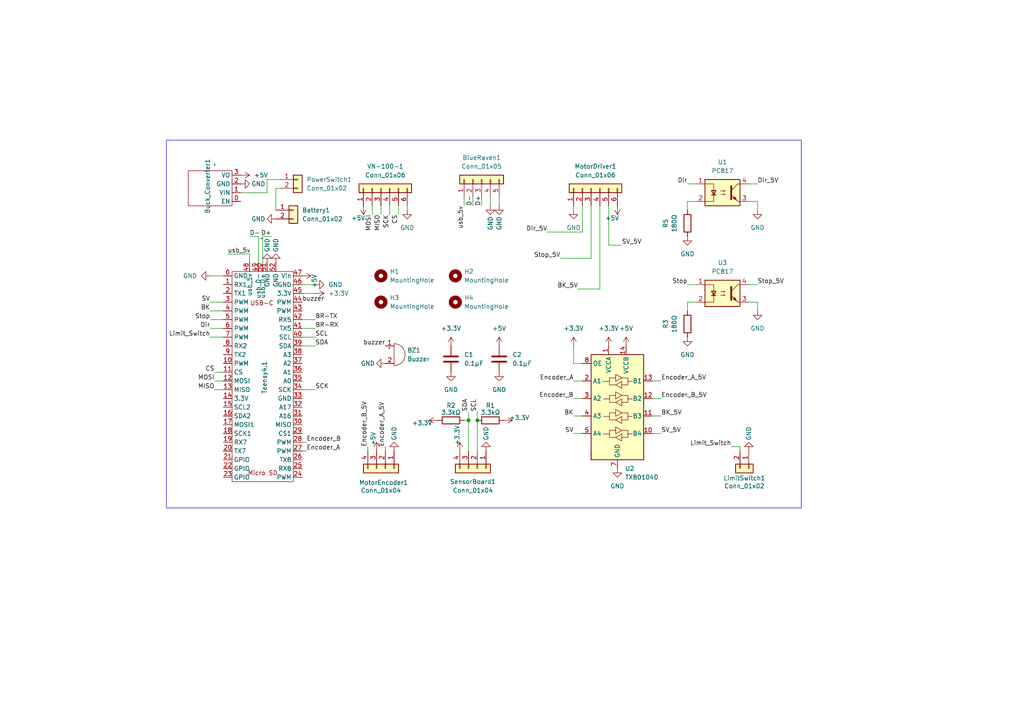
<source format=kicad_sch>
(kicad_sch (version 20231120) (generator "eeschema") (generator_version "8.0")
  (paper "A4")
  (lib_symbols
    (symbol "Breakout Boards:Buck_Converter"
      (property "Reference" "U" (at 0 0 0))
      (symbol "Buck_Converter_0_1"
        (rectangle (start -5.08 6.35) (end 5.08 -6.35))
      )
      (symbol "Buck_Converter_1_1"
        (pin input line (at -3.81 -8.89 90) (length 2.54) (name "EN") (number "0"))
        (pin input line (at -1.27 -8.89 90) (length 2.54) (name "VIN") (number "1"))
        (pin input line (at 1.27 -8.89 90) (length 2.54) (name "GND") (number "2"))
        (pin input line (at 3.81 -8.89 90) (length 2.54) (name "VO") (number "3"))
      )
    )
    (symbol "Breakout Boards:Teensy_4.1"
      (property "Reference" "Teensy4.1" (at 0 0 90))
      (property "Footprint" "Breakout Boards:Teensy_4.1" (at -0.254 36.322 0))
      (symbol "Teensy_4.1_0_1"
        (rectangle (start -8.89 30.48) (end 8.89 -30.48))
      )
      (symbol "Teensy_4.1_1_1"
        (text "Micro SD" (at 0 -27.94 0) (effects (font (size 1.27 1.27))))
        (text "USB-C" (at -0.254 21.336 0) (effects (font (size 1.27 1.27))))
        (pin input line (at -11.43 29.21 0) (length 2.54) (name "GND") (number "0"))
        (pin input line (at -11.43 26.67 0) (length 2.54) (name "RX1") (number "1"))
        (pin input line (at -11.43 3.81 0) (length 2.54) (name "PWM") (number "10"))
        (pin input line (at -11.43 1.27 0) (length 2.54) (name "CS") (number "11"))
        (pin input line (at -11.43 -1.27 0) (length 2.54) (name "MOSI") (number "12"))
        (pin input line (at -11.43 -3.81 0) (length 2.54) (name "MISO") (number "13"))
        (pin input line (at -11.43 -6.35 0) (length 2.54) (name "3.3V") (number "14"))
        (pin input line (at -11.43 -8.89 0) (length 2.54) (name "SCL2") (number "15"))
        (pin input line (at -11.43 -11.43 0) (length 2.54) (name "SDA2") (number "16"))
        (pin input line (at -11.43 -13.97 0) (length 2.54) (name "MOSI1") (number "17"))
        (pin input line (at -11.43 -16.51 0) (length 2.54) (name "SCK1") (number "18"))
        (pin input line (at -11.43 -19.05 0) (length 2.54) (name "RX7") (number "19"))
        (pin input line (at -11.43 24.13 0) (length 2.54) (name "TX1") (number "2"))
        (pin input line (at -11.43 -21.59 0) (length 2.54) (name "TX7") (number "20"))
        (pin input line (at -11.43 -24.13 0) (length 2.54) (name "GPIO") (number "21"))
        (pin input line (at -11.43 -26.67 0) (length 2.54) (name "GPIO") (number "22"))
        (pin input line (at -11.43 -29.21 0) (length 2.54) (name "GPIO") (number "23"))
        (pin input line (at 11.43 -29.21 180) (length 2.54) (name "PWM") (number "24"))
        (pin input line (at 11.43 -26.67 180) (length 2.54) (name "RX8") (number "25"))
        (pin input line (at 11.43 -24.13 180) (length 2.54) (name "TX8") (number "26"))
        (pin input line (at 11.43 -21.59 180) (length 2.54) (name "PWM") (number "27"))
        (pin input line (at 11.43 -19.05 180) (length 2.54) (name "PWM") (number "28"))
        (pin input line (at 11.43 -16.51 180) (length 2.54) (name "CS1") (number "29"))
        (pin input line (at -11.43 21.59 0) (length 2.54) (name "PWM") (number "3"))
        (pin input line (at 11.43 -13.97 180) (length 2.54) (name "MISO") (number "30"))
        (pin input line (at 11.43 -11.43 180) (length 2.54) (name "A16") (number "31"))
        (pin input line (at 11.43 -8.89 180) (length 2.54) (name "A17") (number "32"))
        (pin input line (at 11.43 -6.35 180) (length 2.54) (name "GND") (number "33"))
        (pin input line (at 11.43 -3.81 180) (length 2.54) (name "SCK") (number "34"))
        (pin input line (at 11.43 -1.27 180) (length 2.54) (name "A0") (number "35"))
        (pin input line (at 11.43 1.27 180) (length 2.54) (name "A1") (number "36"))
        (pin input line (at 11.43 3.81 180) (length 2.54) (name "A2") (number "37"))
        (pin input line (at 11.43 6.35 180) (length 2.54) (name "A3") (number "38"))
        (pin input line (at 11.43 8.89 180) (length 2.54) (name "SDA") (number "39"))
        (pin input line (at -11.43 19.05 0) (length 2.54) (name "PWM") (number "4"))
        (pin input line (at 11.43 11.43 180) (length 2.54) (name "SCL") (number "40"))
        (pin input line (at 11.43 13.97 180) (length 2.54) (name "TX5") (number "41"))
        (pin input line (at 11.43 16.51 180) (length 2.54) (name "RX5") (number "42"))
        (pin input line (at 11.43 19.05 180) (length 2.54) (name "PWM") (number "43"))
        (pin input line (at 11.43 21.59 180) (length 2.54) (name "PWM") (number "44"))
        (pin input line (at 11.43 24.13 180) (length 2.54) (name "3.3V") (number "45"))
        (pin input line (at 11.43 26.67 180) (length 2.54) (name "GND") (number "46"))
        (pin input line (at 11.43 29.21 180) (length 2.54) (name "Vin") (number "47"))
        (pin input line (at -3.81 33.02 270) (length 2.54) (name "usb_5v") (number "48"))
        (pin input line (at -1.27 33.02 270) (length 2.54) (name "usb_D-") (number "49"))
        (pin input line (at -11.43 16.51 0) (length 2.54) (name "PWM") (number "5"))
        (pin input line (at 0 33.02 270) (length 2.54) (name "usb_D+") (number "50"))
        (pin input line (at 1.27 33.02 270) (length 2.54) (name "GND") (number "51"))
        (pin input line (at 3.81 33.02 270) (length 2.54) (name "GND") (number "52"))
        (pin input line (at -11.43 13.97 0) (length 2.54) (name "PWM") (number "6"))
        (pin input line (at -11.43 11.43 0) (length 2.54) (name "PWM") (number "7"))
        (pin input line (at -11.43 8.89 0) (length 2.54) (name "RX2") (number "8"))
        (pin input line (at -11.43 6.35 0) (length 2.54) (name "TX2") (number "9"))
      )
    )
    (symbol "Connector_Generic:Conn_01x02" (pin_names (offset 1.016) hide)
      (property "Reference" "J" (at 0 2.54 0))
      (property "Value" "Conn_01x02" (at 0 -5.08 0))
      (symbol "Conn_01x02_1_1"
        (rectangle (start -1.27 -2.413) (end 0 -2.667) (stroke (width 0.1524)))
        (rectangle (start -1.27 0.127) (end 0 -0.127) (stroke (width 0.1524)))
        (rectangle (start -1.27 1.27) (end 1.27 -3.81) (stroke (width 0.254)) (fill (type background)))
        (pin passive line (at -5.08 0 0) (length 3.81) (name "Pin_1") (number "1"))
        (pin passive line (at -5.08 -2.54 0) (length 3.81) (name "Pin_2") (number "2"))
      )
    )
    (symbol "Connector_Generic:Conn_01x04" (pin_names (offset 1.016) hide)
      (property "Reference" "J" (at 0 5.08 0))
      (property "Value" "Conn_01x04" (at 0 -7.62 0))
      (symbol "Conn_01x04_1_1"
        (rectangle (start -1.27 -4.953) (end 0 -5.207) (stroke (width 0.1524)))
        (rectangle (start -1.27 -2.413) (end 0 -2.667) (stroke (width 0.1524)))
        (rectangle (start -1.27 0.127) (end 0 -0.127) (stroke (width 0.1524)))
        (rectangle (start -1.27 2.667) (end 0 2.413) (stroke (width 0.1524)))
        (rectangle (start -1.27 3.81) (end 1.27 -6.35) (stroke (width 0.254)) (fill (type background)))
        (pin passive line (at -5.08 2.54 0) (length 3.81) (name "Pin_1") (number "1"))
        (pin passive line (at -5.08 0 0) (length 3.81) (name "Pin_2") (number "2"))
        (pin passive line (at -5.08 -2.54 0) (length 3.81) (name "Pin_3") (number "3"))
        (pin passive line (at -5.08 -5.08 0) (length 3.81) (name "Pin_4") (number "4"))
      )
    )
    (symbol "Connector_Generic:Conn_01x05" (pin_names (offset 1.016) hide)
      (property "Reference" "J" (at 0 7.62 0))
      (property "Value" "Conn_01x05" (at 0 -7.62 0))
      (symbol "Conn_01x05_1_1"
        (rectangle (start -1.27 -4.953) (end 0 -5.207) (stroke (width 0.1524)))
        (rectangle (start -1.27 -2.413) (end 0 -2.667) (stroke (width 0.1524)))
        (rectangle (start -1.27 0.127) (end 0 -0.127) (stroke (width 0.1524)))
        (rectangle (start -1.27 2.667) (end 0 2.413) (stroke (width 0.1524)))
        (rectangle (start -1.27 5.207) (end 0 4.953) (stroke (width 0.1524)))
        (rectangle (start -1.27 6.35) (end 1.27 -6.35) (stroke (width 0.254)) (fill (type background)))
        (pin passive line (at -5.08 5.08 0) (length 3.81) (name "Pin_1") (number "1"))
        (pin passive line (at -5.08 2.54 0) (length 3.81) (name "Pin_2") (number "2"))
        (pin passive line (at -5.08 0 0) (length 3.81) (name "Pin_3") (number "3"))
        (pin passive line (at -5.08 -2.54 0) (length 3.81) (name "Pin_4") (number "4"))
        (pin passive line (at -5.08 -5.08 0) (length 3.81) (name "Pin_5") (number "5"))
      )
    )
    (symbol "Connector_Generic:Conn_01x06" (pin_names (offset 1.016) hide)
      (property "Reference" "J" (at 0 7.62 0))
      (property "Value" "Conn_01x06" (at 0 -10.16 0))
      (symbol "Conn_01x06_1_1"
        (rectangle (start -1.27 -7.493) (end 0 -7.747) (stroke (width 0.1524)))
        (rectangle (start -1.27 -4.953) (end 0 -5.207) (stroke (width 0.1524)))
        (rectangle (start -1.27 -2.413) (end 0 -2.667) (stroke (width 0.1524)))
        (rectangle (start -1.27 0.127) (end 0 -0.127) (stroke (width 0.1524)))
        (rectangle (start -1.27 2.667) (end 0 2.413) (stroke (width 0.1524)))
        (rectangle (start -1.27 5.207) (end 0 4.953) (stroke (width 0.1524)))
        (rectangle (start -1.27 6.35) (end 1.27 -8.89) (stroke (width 0.254)) (fill (type background)))
        (pin passive line (at -5.08 5.08 0) (length 3.81) (name "Pin_1") (number "1"))
        (pin passive line (at -5.08 2.54 0) (length 3.81) (name "Pin_2") (number "2"))
        (pin passive line (at -5.08 0 0) (length 3.81) (name "Pin_3") (number "3"))
        (pin passive line (at -5.08 -2.54 0) (length 3.81) (name "Pin_4") (number "4"))
        (pin passive line (at -5.08 -5.08 0) (length 3.81) (name "Pin_5") (number "5"))
        (pin passive line (at -5.08 -7.62 0) (length 3.81) (name "Pin_6") (number "6"))
      )
    )
    (symbol "Device:Buzzer" (pin_names (offset 0.0254) hide)
      (property "Reference" "BZ" (at 3.81 1.27 0))
      (property "Value" "Buzzer" (at 3.81 -1.27 0))
      (symbol "Buzzer_0_1"
        (arc (start 0 -3.175) (mid 3.1612 0) (end 0 3.175))
        (polyline (pts (xy -1.651 1.905) (xy -1.143 1.905)))
        (polyline (pts (xy -1.397 2.159) (xy -1.397 1.651)))
        (polyline (pts (xy 0 3.175) (xy 0 -3.175)))
      )
      (symbol "Buzzer_1_1"
        (pin passive line (at -2.54 2.54 0) (length 2.54) (name "+") (number "1"))
        (pin passive line (at -2.54 -2.54 0) (length 2.54) (name "-") (number "2"))
      )
    )
    (symbol "Device:C" (pin_numbers hide) (pin_names (offset 0.254))
      (property "Reference" "C" (at 0.635 2.54 0))
      (property "Value" "C" (at 0.635 -2.54 0))
      (symbol "C_0_1"
        (polyline (pts (xy -2.032 -0.762) (xy 2.032 -0.762)) (stroke (width 0.508)))
        (polyline (pts (xy -2.032 0.762) (xy 2.032 0.762)) (stroke (width 0.508)))
      )
      (symbol "C_1_1"
        (pin passive line (at 0 3.81 270) (length 2.794) (name "~") (number "1"))
        (pin passive line (at 0 -3.81 90) (length 2.794) (name "~") (number "2"))
      )
    )
    (symbol "Device:R" (pin_numbers hide) (pin_names (offset 0))
      (property "Reference" "R" (at 2.032 0 90))
      (property "Value" "R" (at 0 0 90))
      (symbol "R_0_1"
        (rectangle (start -1.016 -2.54) (end 1.016 2.54) (stroke (width 0.254)))
      )
      (symbol "R_1_1"
        (pin passive line (at 0 3.81 270) (length 1.27) (name "~") (number "1"))
        (pin passive line (at 0 -3.81 90) (length 1.27) (name "~") (number "2"))
      )
    )
    (symbol "Isolator:PC817" (pin_names (offset 1.016))
      (property "Reference" "U" (at -5.08 5.08 0))
      (property "Value" "PC817" (at 0 5.08 0))
      (symbol "PC817_0_1"
        (rectangle (start -5.08 3.81) (end 5.08 -3.81) (stroke (width 0.254)) (fill (type background)))
        (polyline (pts (xy -3.175 -0.635) (xy -1.905 -0.635)) (stroke (width 0.254)))
        (polyline (pts (xy 2.54 0.635) (xy 4.445 2.54)))
        (polyline (pts (xy 4.445 -2.54) (xy 2.54 -0.635)) (fill (type outline)))
        (polyline (pts (xy 4.445 -2.54) (xy 5.08 -2.54)))
        (polyline (pts (xy 4.445 2.54) (xy 5.08 2.54)))
        (polyline (pts (xy -5.08 2.54) (xy -2.54 2.54) (xy -2.54 -0.635)))
        (polyline (pts (xy -2.54 -0.635) (xy -2.54 -2.54) (xy -5.08 -2.54)))
        (polyline (pts (xy 2.54 1.905) (xy 2.54 -1.905) (xy 2.54 -1.905)) (stroke (width 0.508)))
        (polyline (pts (xy -2.54 -0.635) (xy -3.175 0.635) (xy -1.905 0.635) (xy -2.54 -0.635)) (stroke (width 0.254)))
        (polyline (pts (xy -0.508 -0.508) (xy 0.762 -0.508) (xy 0.381 -0.635) (xy 0.381 -0.381) (xy 0.762 -0.508)))
        (polyline (pts (xy -0.508 0.508) (xy 0.762 0.508) (xy 0.381 0.381) (xy 0.381 0.635) (xy 0.762 0.508)))
        (polyline (pts (xy 3.048 -1.651) (xy 3.556 -1.143) (xy 4.064 -2.159) (xy 3.048 -1.651) (xy 3.048 -1.651)) (fill (type outline)))
      )
      (symbol "PC817_1_1"
        (pin passive line (at -7.62 2.54 0) (length 2.54) (name "~") (number "1"))
        (pin passive line (at -7.62 -2.54 0) (length 2.54) (name "~") (number "2"))
        (pin passive line (at 7.62 -2.54 180) (length 2.54) (name "~") (number "3"))
        (pin passive line (at 7.62 2.54 180) (length 2.54) (name "~") (number "4"))
      )
    )
    (symbol "Logic_LevelTranslator:TXB0104D"
      (property "Reference" "U" (at -6.35 16.51 0))
      (property "Value" "TXB0104D" (at 3.81 16.51 0))
      (symbol "TXB0104D_0_1"
        (rectangle (start -7.62 -15.24) (end -7.62 -12.7) (stroke (width 0.254)))
        (rectangle (start -7.62 15.24) (end 7.62 -15.24) (stroke (width 0.254)) (fill (type background)))
        (polyline (pts (xy -2.286 -7.747) (xy -2.286 -6.731) (xy -0.508 -6.731)))
        (polyline (pts (xy -2.286 -2.667) (xy -2.286 -1.651) (xy -0.508 -1.651)))
        (polyline (pts (xy -2.286 2.413) (xy -2.286 3.429) (xy -0.508 3.429)))
        (polyline (pts (xy -2.286 7.493) (xy -2.286 8.509) (xy -0.508 8.509)))
        (polyline (pts (xy 3.048 -7.747) (xy 3.048 -8.763) (xy 1.27 -8.763)))
        (polyline (pts (xy 3.048 -2.667) (xy 3.048 -3.683) (xy 1.27 -3.683)))
        (polyline (pts (xy 3.048 2.413) (xy 3.048 1.397) (xy 1.27 1.397)))
        (polyline (pts (xy 3.048 7.493) (xy 3.048 6.477) (xy 1.27 6.477)))
        (polyline (pts (xy -0.508 -8.763) (xy -2.286 -8.763) (xy -2.286 -7.747) (xy -4.064 -7.747)))
        (polyline (pts (xy -0.508 -8.763) (xy 1.27 -7.747) (xy 1.27 -9.779) (xy -0.508 -8.763)))
        (polyline (pts (xy -0.508 -3.683) (xy -2.286 -3.683) (xy -2.286 -2.667) (xy -4.064 -2.667)))
        (polyline (pts (xy -0.508 -3.683) (xy 1.27 -2.667) (xy 1.27 -4.699) (xy -0.508 -3.683)))
        (polyline (pts (xy -0.508 1.397) (xy -2.286 1.397) (xy -2.286 2.413) (xy -4.064 2.413)))
        (polyline (pts (xy -0.508 1.397) (xy 1.27 2.413) (xy 1.27 0.381) (xy -0.508 1.397)))
        (polyline (pts (xy -0.508 6.477) (xy -2.286 6.477) (xy -2.286 7.493) (xy -4.318 7.493)))
        (polyline (pts (xy -0.508 6.477) (xy 1.27 7.493) (xy 1.27 5.461) (xy -0.508 6.477)))
        (polyline (pts (xy 1.27 -6.731) (xy -0.508 -7.747) (xy -0.508 -5.715) (xy 1.27 -6.731)))
        (polyline (pts (xy 1.27 -6.731) (xy 3.048 -6.731) (xy 3.048 -7.747) (xy 4.318 -7.747)))
        (polyline (pts (xy 1.27 -1.651) (xy -0.508 -2.667) (xy -0.508 -0.635) (xy 1.27 -1.651)))
        (polyline (pts (xy 1.27 -1.651) (xy 3.048 -1.651) (xy 3.048 -2.667) (xy 4.318 -2.667)))
        (polyline (pts (xy 1.27 3.429) (xy -0.508 2.413) (xy -0.508 4.445) (xy 1.27 3.429)))
        (polyline (pts (xy 1.27 3.429) (xy 3.048 3.429) (xy 3.048 2.413) (xy 4.318 2.413)))
        (polyline (pts (xy 1.27 8.509) (xy -0.508 7.493) (xy -0.508 9.525) (xy 1.27 8.509)))
        (polyline (pts (xy 1.27 8.509) (xy 3.048 8.509) (xy 3.048 7.493) (xy 4.318 7.493)))
      )
      (symbol "TXB0104D_1_1"
        (pin power_in line (at -2.54 17.78 270) (length 2.54) (name "VCCA") (number "1"))
        (pin bidirectional line (at 10.16 -7.62 180) (length 2.54) (name "B4") (number "10"))
        (pin bidirectional line (at 10.16 -2.54 180) (length 2.54) (name "B3") (number "11"))
        (pin bidirectional line (at 10.16 2.54 180) (length 2.54) (name "B2") (number "12"))
        (pin bidirectional line (at 10.16 7.62 180) (length 2.54) (name "B1") (number "13"))
        (pin power_in line (at 2.54 17.78 270) (length 2.54) (name "VCCB") (number "14"))
        (pin bidirectional line (at -10.16 7.62 0) (length 2.54) (name "A1") (number "2"))
        (pin bidirectional line (at -10.16 2.54 0) (length 2.54) (name "A2") (number "3"))
        (pin bidirectional line (at -10.16 -2.54 0) (length 2.54) (name "A3") (number "4"))
        (pin bidirectional line (at -10.16 -7.62 0) (length 2.54) (name "A4") (number "5"))
        (pin no_connect line (at -7.62 -12.7 0) (length 2.54) hide (name "NC") (number "6"))
        (pin power_in line (at 0 -17.78 90) (length 2.54) (name "GND") (number "7"))
        (pin input line (at -10.16 12.7 0) (length 2.54) (name "OE") (number "8"))
        (pin no_connect line (at 7.62 -12.7 180) (length 2.54) hide (name "NC") (number "9"))
      )
    )
    (symbol "Mechanical:MountingHole" (pin_names (offset 1.016)) (exclude_from_sim yes) (in_bom no)
      (property "Reference" "H" (at 0 5.08 0))
      (property "Value" "MountingHole" (at 0 3.175 0))
      (symbol "MountingHole_0_1"
        (circle (center 0 0) (radius 1.27) (stroke (width 1.27)))
      )
    )
    (symbol "power:+3.3V" (power) (pin_numbers hide) (pin_names (offset 0) hide)
      (property "Value" "+3.3V" (at 0 3.556 0))
      (symbol "+3.3V_0_1"
        (polyline (pts (xy -0.762 1.27) (xy 0 2.54)))
        (polyline (pts (xy 0 0) (xy 0 2.54)))
        (polyline (pts (xy 0 2.54) (xy 0.762 1.27)))
      )
      (symbol "+3.3V_1_1"
        (pin power_in line (at 0 0 90) (length 0) (name "~") (number "1"))
      )
    )
    (symbol "power:+5V" (power) (pin_numbers hide) (pin_names (offset 0) hide)
      (property "Value" "+5V" (at 0 3.556 0))
      (symbol "+5V_0_1"
        (polyline (pts (xy -0.762 1.27) (xy 0 2.54)))
        (polyline (pts (xy 0 0) (xy 0 2.54)))
        (polyline (pts (xy 0 2.54) (xy 0.762 1.27)))
      )
      (symbol "+5V_1_1"
        (pin power_in line (at 0 0 90) (length 0) (name "~") (number "1"))
      )
    )
    (symbol "power:GND" (power) (pin_numbers hide) (pin_names (offset 0) hide)
      (property "Value" "GND" (at 0 -3.81 0))
      (symbol "GND_0_1"
        (polyline (pts (xy 0 0) (xy 0 -1.27) (xy 1.27 -1.27) (xy 0 -2.54) (xy -1.27 -1.27) (xy 0 -1.27)))
      )
      (symbol "GND_1_1"
        (pin power_in line (at 0 0 270) (length 0) (name "~") (number "1"))
      )
    )
  )
  (junction (at 138.43 121.92))
  (junction (at 135.89 121.92))
  (wire (pts (xy 76.2 76.2) (xy 76.2 68.58)))
  (wire (pts (xy 219.71 53.34) (xy 217.17 53.34)))
  (wire (pts (xy 77.47 55.88) (xy 69.85 55.88)))
  (wire (pts (xy 60.96 80.01) (xy 64.77 80.01)))
  (wire (pts (xy 66.04 73.66) (xy 72.39 73.66)))
  (wire (pts (xy 214.63 130.81) (xy 214.63 129.54)))
  (wire (pts (xy 81.28 52.07) (xy 77.47 52.07)))
  (wire (pts (xy 138.43 121.92) (xy 138.43 130.81)))
  (wire (pts (xy 87.63 82.55) (xy 91.44 82.55)))
  (wire (pts (xy 113.03 59.69) (xy 113.03 62.23)))
  (wire (pts (xy 219.71 58.42) (xy 219.71 60.96)))
  (wire (pts (xy 62.23 113.03) (xy 64.77 113.03)))
  (wire (pts (xy 74.93 76.2) (xy 74.93 68.58)))
  (wire (pts (xy 77.47 52.07) (xy 77.47 55.88)))
  (wire (pts (xy 199.39 87.63) (xy 201.93 87.63)))
  (wire (pts (xy 138.43 119.38) (xy 138.43 121.92)))
  (wire (pts (xy 87.63 113.03) (xy 91.44 113.03)))
  (wire (pts (xy 168.91 59.69) (xy 168.91 67.31)))
  (wire (pts (xy 217.17 58.42) (xy 219.71 58.42)))
  (wire (pts (xy 87.63 130.81) (xy 88.9 130.81)))
  (wire (pts (xy 110.49 59.69) (xy 110.49 62.23)))
  (wire (pts (xy 87.63 95.25) (xy 91.44 95.25)))
  (wire (pts (xy 199.39 53.34) (xy 201.93 53.34)))
  (wire (pts (xy 166.37 115.57) (xy 168.91 115.57)))
  (wire (pts (xy 144.78 57.15) (xy 144.78 59.69)))
  (wire (pts (xy 106.68 129.54) (xy 106.68 130.81)))
  (wire (pts (xy 76.2 68.58) (xy 78.74 68.58)))
  (wire (pts (xy 142.24 57.15) (xy 142.24 59.69)))
  (wire (pts (xy 171.45 74.93) (xy 171.45 59.69)))
  (wire (pts (xy 217.17 87.63) (xy 219.71 87.63)))
  (wire (pts (xy 62.23 110.49) (xy 64.77 110.49)))
  (wire (pts (xy 166.37 125.73) (xy 168.91 125.73)))
  (wire (pts (xy 87.63 128.27) (xy 88.9 128.27)))
  (wire (pts (xy 80.01 54.61) (xy 80.01 60.96)))
  (wire (pts (xy 135.89 121.92) (xy 135.89 130.81)))
  (wire (pts (xy 219.71 87.63) (xy 219.71 90.17)))
  (wire (pts (xy 199.39 58.42) (xy 201.93 58.42)))
  (wire (pts (xy 87.63 97.79) (xy 91.44 97.79)))
  (wire (pts (xy 191.77 120.65) (xy 189.23 120.65)))
  (wire (pts (xy 166.37 110.49) (xy 168.91 110.49)))
  (wire (pts (xy 212.09 129.54) (xy 214.63 129.54)))
  (wire (pts (xy 167.64 83.82) (xy 173.99 83.82)))
  (wire (pts (xy 60.96 95.25) (xy 64.77 95.25)))
  (wire (pts (xy 62.23 107.95) (xy 64.77 107.95)))
  (wire (pts (xy 166.37 100.33) (xy 166.37 105.41)))
  (wire (pts (xy 134.62 121.92) (xy 135.89 121.92)))
  (wire (pts (xy 60.96 87.63) (xy 64.77 87.63)))
  (wire (pts (xy 137.16 57.15) (xy 137.16 59.69)))
  (wire (pts (xy 176.53 71.12) (xy 180.34 71.12)))
  (wire (pts (xy 176.53 59.69) (xy 176.53 71.12)))
  (wire (pts (xy 87.63 92.71) (xy 91.44 92.71)))
  (wire (pts (xy 162.56 74.93) (xy 171.45 74.93)))
  (wire (pts (xy 134.62 57.15) (xy 134.62 59.69)))
  (wire (pts (xy 80.01 54.61) (xy 81.28 54.61)))
  (wire (pts (xy 60.96 92.71) (xy 64.77 92.71)))
  (wire (pts (xy 158.75 67.31) (xy 168.91 67.31)))
  (wire (pts (xy 107.95 59.69) (xy 107.95 62.23)))
  (wire (pts (xy 60.96 90.17) (xy 64.77 90.17)))
  (wire (pts (xy 135.89 119.38) (xy 135.89 121.92)))
  (wire (pts (xy 87.63 85.09) (xy 91.44 85.09)))
  (wire (pts (xy 139.7 57.15) (xy 139.7 59.69)))
  (wire (pts (xy 199.39 58.42) (xy 199.39 60.96)))
  (wire (pts (xy 191.77 125.73) (xy 189.23 125.73)))
  (wire (pts (xy 199.39 87.63) (xy 199.39 90.17)))
  (wire (pts (xy 199.39 82.55) (xy 201.93 82.55)))
  (wire (pts (xy 166.37 60.96) (xy 166.37 59.69)))
  (wire (pts (xy 111.76 129.54) (xy 111.76 130.81)))
  (wire (pts (xy 60.96 97.79) (xy 64.77 97.79)))
  (wire (pts (xy 72.39 76.2) (xy 72.39 73.66)))
  (wire (pts (xy 166.37 105.41) (xy 168.91 105.41)))
  (wire (pts (xy 219.71 82.55) (xy 217.17 82.55)))
  (wire (pts (xy 166.37 120.65) (xy 168.91 120.65)))
  (wire (pts (xy 191.77 110.49) (xy 189.23 110.49)))
  (wire (pts (xy 87.63 100.33) (xy 91.44 100.33)))
  (wire (pts (xy 118.11 60.96) (xy 118.11 59.69)))
  (wire (pts (xy 72.39 68.58) (xy 74.93 68.58)))
  (wire (pts (xy 173.99 59.69) (xy 173.99 83.82)))
  (wire (pts (xy 115.57 59.69) (xy 115.57 62.23)))
  (wire (pts (xy 191.77 115.57) (xy 189.23 115.57)))
  (rectangle (start 48.26 40.64) (end 232.41 147.32))
  (label "Limit_Switch" (at 60.96 97.79 180))
  (label "MOSI" (at 62.23 110.49 180))
  (label "BR-TX" (at 91.44 92.71 0))
  (label "Encoder_B_5V" (at 106.68 129.54 90))
  (label "SDA" (at 135.89 119.38 90))
  (label "BK_5V" (at 167.64 83.82 180))
  (label "Encoder_A" (at 88.9 130.81 0))
  (label "SCK" (at 113.03 62.23 270))
  (label "Encoder_B" (at 166.37 115.57 180))
  (label "SDA" (at 91.44 100.33 0))
  (label "SV_5V" (at 180.34 71.12 0))
  (label "Stop" (at 199.39 82.55 180))
  (label "D-" (at 137.16 59.69 90))
  (label "SV" (at 166.37 125.73 180))
  (label "usb_5v" (at 134.62 59.69 270))
  (label "SV_5V" (at 191.77 125.73 0))
  (label "Dir_5V" (at 219.71 53.34 0))
  (label "MISO" (at 110.49 62.23 270))
  (label "SCL" (at 138.43 119.38 90))
  (label "Dir" (at 199.39 53.34 180))
  (label "BK" (at 166.37 120.65 180))
  (label "Stop" (at 60.96 92.71 180))
  (label "D+" (at 78.74 68.58 180))
  (label "CS" (at 62.23 107.95 180))
  (label "usb_5v" (at 66.04 73.66 0))
  (label "Dir" (at 60.96 95.25 180))
  (label "buzzer" (at 111.76 100.33 180))
  (label "Encoder_B_5V" (at 191.77 115.57 0))
  (label "SCK" (at 91.44 113.03 0))
  (label "D+" (at 139.7 59.69 90))
  (label "Stop_5V" (at 162.56 74.93 180))
  (label "Encoder_A_5V" (at 111.76 129.54 90))
  (label "MISO" (at 62.23 113.03 180))
  (label "SCL" (at 91.44 97.79 0))
  (label "BR-RX" (at 91.44 95.25 0))
  (label "Dir_5V" (at 158.75 67.31 180))
  (label "CS" (at 115.57 62.23 270))
  (label "BK" (at 60.96 90.17 180))
  (label "Stop_5V" (at 219.71 82.55 0))
  (label "Encoder_A" (at 166.37 110.49 180))
  (label "MOSI" (at 107.95 62.23 270))
  (label "BK_5V" (at 191.77 120.65 0))
  (label "Limit_Switch" (at 212.09 129.54 180))
  (label "Encoder_A_5V" (at 191.77 110.49 0))
  (label "SV" (at 60.96 87.63 180))
  (label "D-" (at 72.39 68.58 0))
  (label "buzzer" (at 87.63 87.63 0))
  (label "Encoder_B" (at 88.9 128.27 0))
  (symbol (lib_id "power:GND") (at 140.97 130.81 180) (unit 1)
    (property "Reference" "#PWR07" (effects (hide yes)))
    (property "Value" "GND" (at 140.97 125.73 90))
    (property "Description" "Power symbol creates a global label with name \"GND\" , ground" (effects (hide yes)))
  )
  (symbol (lib_id "power:+5V") (at 181.61 100.33 0) (unit 1)
    (property "Reference" "#PWR032" (effects (hide yes)))
    (property "Value" "+5V" (at 181.61 95.25 0))
    (property "Description" "Power symbol creates a global label with name \"+5V\"" (effects (hide yes)))
  )
  (symbol (lib_id "power:GND") (at 144.78 107.95 0) (unit 1)
    (property "Reference" "#PWR035" (effects (hide yes)))
    (property "Value" "GND" (at 144.78 113.03 0))
    (property "Description" "Power symbol creates a global label with name \"GND\" , ground" (effects (hide yes)))
  )
  (symbol (lib_id "power:+5V") (at 179.07 59.69 180) (unit 1)
    (property "Reference" "#PWR025" (effects (hide yes)))
    (property "Value" "+5V" (at 177.546 63.246 0))
    (property "Description" "Power symbol creates a global label with name \"+5V\"" (effects (hide yes)))
  )
  (symbol (lib_id "Logic_LevelTranslator:TXB0104D") (at 179.07 118.11 0) (unit 1)
    (property "Reference" "U2" (at 181.2641 135.89 0) (effects (justify left)))
    (property "Value" "TXB0104D" (at 181.2641 138.43 0) (effects (justify left)))
    (property "Footprint" "Package_SO:SOIC-14_3.9x8.7mm_P1.27mm" (effects (hide yes)))
    (property "Datasheet" "http://www.ti.com/lit/ds/symlink/txb0104.pdf" (effects (hide yes)))
    (property "Description" "4-Bit Bidirectional Voltage-Level Translator, Auto Direction Sensing and ±15-kV ESD Protection, 1.2 - 3.6V APort, 1.65 - 5.5V BPort, SOIC-14" (effects (hide yes)))
  )
  (symbol (lib_id "power:+3.3V") (at 133.35 130.81 0) (unit 1)
    (property "Reference" "#PWR06" (effects (hide yes)))
    (property "Value" "+3.3V" (at 132.588 126.238 90))
    (property "Description" "Power symbol creates a global label with name \"+3.3V\"" (effects (hide yes)))
  )
  (symbol (lib_id "power:GND") (at 91.44 82.55 90) (unit 1)
    (property "Reference" "#PWR04" (effects (hide yes)))
    (property "Value" "GND" (at 95.25 82.5499 90) (effects (justify right)))
    (property "Description" "Power symbol creates a global label with name \"GND\" , ground" (effects (hide yes)))
  )
  (symbol (lib_id "Breakout Boards:Buck_Converter") (at 60.96 54.61 90) (unit 1)
    (property "Reference" "Buck_Converter1" (at 60.198 61.976 0) (effects (justify left)))
    (property "Value" "~" (at 62.23 48.26 0) (effects (justify left)))
    (property "Footprint" "Breakout Boards:Buck_Converter" (effects (hide yes)))
  )
  (symbol (lib_id "Device:Buzzer") (at 114.3 102.87 0) (unit 1)
    (property "Reference" "BZ1" (at 118.11 101.5999 0) (effects (justify left)))
    (property "Value" "Buzzer" (at 118.11 104.1399 0) (effects (justify left)))
    (property "Footprint" "Buzzer_Beeper:Buzzer_12x9.5RM7.6" (effects (hide yes)))
    (property "Description" "Buzzer, polarized" (effects (hide yes)))
  )
  (symbol (lib_id "power:+3.3V") (at 176.53 100.33 0) (unit 1)
    (property "Reference" "#PWR031" (effects (hide yes)))
    (property "Value" "+3.3V" (at 176.53 95.25 0))
    (property "Description" "Power symbol creates a global label with name \"+3.3V\"" (effects (hide yes)))
  )
  (symbol (lib_id "power:GND") (at 111.76 105.41 270) (unit 1)
    (property "Reference" "#PWR015" (effects (hide yes)))
    (property "Value" "GND" (at 106.68 105.41 90))
    (property "Description" "Power symbol creates a global label with name \"GND\" , ground" (effects (hide yes)))
  )
  (symbol (lib_id "power:GND") (at 80.01 76.2 180) (unit 1)
    (property "Reference" "#PWR017" (effects (hide yes)))
    (property "Value" "GND" (at 80.01 71.12 90))
    (property "Description" "Power symbol creates a global label with name \"GND\" , ground" (effects (hide yes)))
  )
  (symbol (lib_id "power:+3.3V") (at 166.37 100.33 0) (unit 1)
    (property "Reference" "#PWR034" (effects (hide yes)))
    (property "Value" "+3.3V" (at 166.37 95.25 0))
    (property "Description" "Power symbol creates a global label with name \"+3.3V\"" (effects (hide yes)))
  )
  (symbol (lib_id "power:+5V") (at 109.22 130.81 0) (unit 1)
    (property "Reference" "#PWR026" (effects (hide yes)))
    (property "Value" "+5V" (at 108.204 127.254 90))
    (property "Description" "Power symbol creates a global label with name \"+5V\"" (effects (hide yes)))
  )
  (symbol (lib_id "Device:R") (at 199.39 93.98 0) (mirror y) (unit 1)
    (property "Reference" "R3" (at 193.04 93.98 90))
    (property "Value" "180Ω" (at 195.58 93.98 90))
    (property "Footprint" "Resistor_SMD:R_0805_2012Metric_Pad1.20x1.40mm_HandSolder" (effects (hide yes)))
    (property "Description" "Resistor" (effects (hide yes)))
  )
  (symbol (lib_id "power:GND") (at 219.71 60.96 0) (unit 1)
    (property "Reference" "#PWR01" (effects (hide yes)))
    (property "Value" "GND" (at 219.71 66.04 0))
    (property "Description" "Power symbol creates a global label with name \"GND\" , ground" (effects (hide yes)))
  )
  (symbol (lib_id "power:GND") (at 118.11 60.96 0) (unit 1)
    (property "Reference" "#PWR09" (effects (hide yes)))
    (property "Value" "GND" (at 118.11 66.04 0))
    (property "Description" "Power symbol creates a global label with name \"GND\" , ground" (effects (hide yes)))
  )
  (symbol (lib_id "power:+5V") (at 69.85 50.8 270) (unit 1)
    (property "Reference" "#PWR022" (effects (hide yes)))
    (property "Value" "+5V" (at 73.66 50.7999 90) (effects (justify left)))
    (property "Description" "Power symbol creates a global label with name \"+5V\"" (effects (hide yes)))
  )
  (symbol (lib_id "power:GND") (at 130.81 107.95 0) (unit 1)
    (property "Reference" "#PWR029" (effects (hide yes)))
    (property "Value" "GND" (at 130.81 113.03 0))
    (property "Description" "Power symbol creates a global label with name \"GND\" , ground" (effects (hide yes)))
  )
  (symbol (lib_id "Device:R") (at 199.39 64.77 0) (mirror y) (unit 1)
    (property "Reference" "R5" (at 193.04 64.77 90))
    (property "Value" "180Ω" (at 195.58 64.77 90))
    (property "Footprint" "Resistor_SMD:R_0805_2012Metric_Pad1.20x1.40mm_HandSolder" (effects (hide yes)))
    (property "Description" "Resistor" (effects (hide yes)))
  )
  (symbol (lib_id "Isolator:PC817") (at 209.55 55.88 0) (unit 1)
    (property "Reference" "U1" (at 209.55 46.99 0))
    (property "Value" "PC817" (at 209.55 49.53 0))
    (property "Footprint" "Package_DIP:DIP-4_W7.62mm" (effects (hide yes)))
    (property "Datasheet" "http://www.soselectronic.cz/a_info/resource/d/pc817.pdf" (effects (hide yes)))
    (property "Description" "DC Optocoupler, Vce 35V, CTR 50-300%, DIP-4" (effects (hide yes)))
  )
  (symbol (lib_id "Connector_Generic:Conn_01x06") (at 110.49 54.61 90) (unit 1)
    (property "Reference" "VN-100-1" (at 111.76 48.26 90))
    (property "Value" "Conn_01x06" (at 111.76 50.8 90))
    (property "Footprint" "Connector_JST:JST_XH_B6B-XH-A_1x06_P2.50mm_Vertical" (effects (hide yes)))
    (property "Description" "Generic connector, single row, 01x06, script generated (kicad-library-utils/schlib/autogen/connector/)" (effects (hide yes)))
  )
  (symbol (lib_id "power:GND") (at 144.78 59.69 0) (unit 1)
    (property "Reference" "#PWR013" (effects (hide yes)))
    (property "Value" "GND" (at 144.78 64.77 90))
    (property "Description" "Power symbol creates a global label with name \"GND\" , ground" (effects (hide yes)))
  )
  (symbol (lib_id "Connector_Generic:Conn_01x05") (at 139.7 52.07 90) (unit 1)
    (property "Reference" "BlueRaven1" (at 139.7 45.72 90))
    (property "Value" "Conn_01x05" (at 139.7 48.26 90))
    (property "Footprint" "Connector_JST:JST_XH_B5B-XH-A_1x05_P2.50mm_Vertical" (effects (hide yes)))
    (property "Description" "Generic connector, single row, 01x05, script generated (kicad-library-utils/schlib/autogen/connector/)" (effects (hide yes)))
  )
  (symbol (lib_id "power:GND") (at 77.47 76.2 180) (unit 1)
    (property "Reference" "#PWR018" (effects (hide yes)))
    (property "Value" "GND" (at 77.47 71.12 90))
    (property "Description" "Power symbol creates a global label with name \"GND\" , ground" (effects (hide yes)))
  )
  (symbol (lib_id "Mechanical:MountingHole") (at 132.08 87.63 0) (unit 1) (exclude_from_sim yes) (in_bom no)
    (property "Reference" "H4" (at 134.62 86.3599 0) (effects (justify left)))
    (property "Value" "MountingHole" (at 134.62 88.8999 0) (effects (justify left)))
    (property "Footprint" "MountingHole:MountingHole_3.2mm_M3" (effects (hide yes)))
    (property "Description" "Mounting Hole without connection" (effects (hide yes)))
  )
  (symbol (lib_id "Device:R") (at 130.81 121.92 90) (unit 1)
    (property "Reference" "R2" (at 130.81 117.602 90))
    (property "Value" "3.3kΩ" (at 130.81 119.634 90))
    (property "Footprint" "Resistor_SMD:R_0805_2012Metric_Pad1.20x1.40mm_HandSolder" (effects (hide yes)))
    (property "Description" "Resistor" (effects (hide yes)))
  )
  (symbol (lib_id "power:+5V") (at 105.41 59.69 180) (unit 1)
    (property "Reference" "#PWR023" (effects (hide yes)))
    (property "Value" "+5V" (at 103.886 63.246 0))
    (property "Description" "Power symbol creates a global label with name \"+5V\"" (effects (hide yes)))
  )
  (symbol (lib_id "Breakout Boards:Teensy_4.1") (at 76.2 109.22 0) (unit 1)
    (property "Reference" "Teensy4.1" (at 76.708 109.474 90))
    (property "Value" "~" (at 75.946 69.088 0))
    (property "Footprint" "Breakout Boards:Teensy_4.1_USB" (effects (hide yes)))
  )
  (symbol (lib_id "Mechanical:MountingHole") (at 110.49 87.63 0) (unit 1) (exclude_from_sim yes) (in_bom no)
    (property "Reference" "H3" (at 113.03 86.3599 0) (effects (justify left)))
    (property "Value" "MountingHole" (at 113.03 88.8999 0) (effects (justify left)))
    (property "Footprint" "MountingHole:MountingHole_3.2mm_M3" (effects (hide yes)))
    (property "Description" "Mounting Hole without connection" (effects (hide yes)))
  )
  (symbol (lib_id "Device:C") (at 130.81 104.14 0) (unit 1)
    (property "Reference" "C1" (at 134.62 102.8699 0) (effects (justify left)))
    (property "Value" "0.1µF" (at 134.62 105.4099 0) (effects (justify left)))
    (property "Footprint" "Capacitor_SMD:C_0805_2012Metric_Pad1.18x1.45mm_HandSolder" (effects (hide yes)))
    (property "Description" "Unpolarized capacitor" (effects (hide yes)))
  )
  (symbol (lib_id "power:GND") (at 199.39 68.58 0) (unit 1)
    (property "Reference" "#PWR019" (effects (hide yes)))
    (property "Value" "GND" (at 199.39 73.66 0))
    (property "Description" "Power symbol creates a global label with name \"GND\" , ground" (effects (hide yes)))
  )
  (symbol (lib_id "power:+3.3V") (at 127 121.92 90) (unit 1)
    (property "Reference" "#PWR011" (effects (hide yes)))
    (property "Value" "+3.3V" (at 122.428 122.682 90))
    (property "Description" "Power symbol creates a global label with name \"+3.3V\"" (effects (hide yes)))
  )
  (symbol (lib_id "Mechanical:MountingHole") (at 110.49 80.01 0) (unit 1) (exclude_from_sim yes) (in_bom no)
    (property "Reference" "H1" (at 113.03 78.7399 0) (effects (justify left)))
    (property "Value" "MountingHole" (at 113.03 81.2799 0) (effects (justify left)))
    (property "Footprint" "MountingHole:MountingHole_3.2mm_M3" (effects (hide yes)))
    (property "Description" "Mounting Hole without connection" (effects (hide yes)))
  )
  (symbol (lib_id "power:+5V") (at 144.78 100.33 0) (unit 1)
    (property "Reference" "#PWR030" (effects (hide yes)))
    (property "Value" "+5V" (at 144.78 95.25 0))
    (property "Description" "Power symbol creates a global label with name \"+5V\"" (effects (hide yes)))
  )
  (symbol (lib_id "power:GND") (at 142.24 59.69 0) (unit 1)
    (property "Reference" "#PWR012" (effects (hide yes)))
    (property "Value" "GND" (at 142.24 64.77 90))
    (property "Description" "Power symbol creates a global label with name \"GND\" , ground" (effects (hide yes)))
  )
  (symbol (lib_id "Connector_Generic:Conn_01x02") (at 86.36 52.07 0) (unit 1)
    (property "Reference" "PowerSwitch1" (at 88.9 52.0699 0) (effects (justify left)))
    (property "Value" "Conn_01x02" (at 88.9 54.6099 0) (effects (justify left)))
    (property "Footprint" "Connector_JST:JST_XH_B2B-XH-A_1x02_P2.50mm_Vertical" (effects (hide yes)))
    (property "Description" "Generic connector, single row, 01x02, script generated (kicad-library-utils/schlib/autogen/connector/)" (effects (hide yes)))
  )
  (symbol (lib_id "Connector_Generic:Conn_01x04") (at 111.76 135.89 270) (unit 1)
    (property "Reference" "MotorEncoder1" (at 111.252 139.954 90))
    (property "Value" "Conn_01x04" (at 110.49 142.24 90))
    (property "Footprint" "Connector_JST:JST_XH_B4B-XH-A_1x04_P2.50mm_Vertical" (effects (hide yes)))
    (property "Description" "Generic connector, single row, 01x04, script generated (kicad-library-utils/schlib/autogen/connector/)" (effects (hide yes)))
  )
  (symbol (lib_id "Isolator:PC817") (at 209.55 85.09 0) (unit 1)
    (property "Reference" "U3" (at 209.55 76.2 0))
    (property "Value" "PC817" (at 209.55 78.74 0))
    (property "Footprint" "Package_DIP:DIP-4_W7.62mm" (effects (hide yes)))
    (property "Datasheet" "http://www.soselectronic.cz/a_info/resource/d/pc817.pdf" (effects (hide yes)))
    (property "Description" "DC Optocoupler, Vce 35V, CTR 50-300%, DIP-4" (effects (hide yes)))
  )
  (symbol (lib_id "Device:C") (at 144.78 104.14 0) (unit 1)
    (property "Reference" "C2" (at 148.59 102.8699 0) (effects (justify left)))
    (property "Value" "0.1µF" (at 148.59 105.4099 0) (effects (justify left)))
    (property "Footprint" "Capacitor_SMD:C_0805_2012Metric_Pad1.18x1.45mm_HandSolder" (effects (hide yes)))
    (property "Description" "Unpolarized capacitor" (effects (hide yes)))
  )
  (symbol (lib_id "Mechanical:MountingHole") (at 132.08 80.01 0) (unit 1) (exclude_from_sim yes) (in_bom no)
    (property "Reference" "H2" (at 134.62 78.7399 0) (effects (justify left)))
    (property "Value" "MountingHole" (at 134.62 81.2799 0) (effects (justify left)))
    (property "Footprint" "MountingHole:MountingHole_3.2mm_M3" (effects (hide yes)))
    (property "Description" "Mounting Hole without connection" (effects (hide yes)))
  )
  (symbol (lib_id "power:+3.3V") (at 130.81 100.33 0) (unit 1)
    (property "Reference" "#PWR028" (effects (hide yes)))
    (property "Value" "+3.3V" (at 130.81 95.25 0))
    (property "Description" "Power symbol creates a global label with name \"+3.3V\"" (effects (hide yes)))
  )
  (symbol (lib_id "power:+5V") (at 87.63 80.01 270) (unit 1)
    (property "Reference" "#PWR024" (effects (hide yes)))
    (property "Value" "+5V" (at 91.186 81.534 0))
    (property "Description" "Power symbol creates a global label with name \"+5V\"" (effects (hide yes)))
  )
  (symbol (lib_id "power:GND") (at 199.39 97.79 0) (unit 1)
    (property "Reference" "#PWR016" (effects (hide yes)))
    (property "Value" "GND" (at 199.39 102.87 0))
    (property "Description" "Power symbol creates a global label with name \"GND\" , ground" (effects (hide yes)))
  )
  (symbol (lib_id "power:+3.3V") (at 146.05 121.92 270) (unit 1)
    (property "Reference" "#PWR010" (effects (hide yes)))
    (property "Value" "+3.3V" (at 150.622 121.158 90))
    (property "Description" "Power symbol creates a global label with name \"+3.3V\"" (effects (hide yes)))
  )
  (symbol (lib_id "power:GND") (at 179.07 135.89 0) (unit 1)
    (property "Reference" "#PWR033" (effects (hide yes)))
    (property "Value" "GND" (at 179.07 140.97 0))
    (property "Description" "Power symbol creates a global label with name \"GND\" , ground" (effects (hide yes)))
  )
  (symbol (lib_id "power:GND") (at 219.71 90.17 0) (unit 1)
    (property "Reference" "#PWR020" (effects (hide yes)))
    (property "Value" "GND" (at 219.71 95.25 0))
    (property "Description" "Power symbol creates a global label with name \"GND\" , ground" (effects (hide yes)))
  )
  (symbol (lib_id "power:GND") (at 69.85 53.34 90) (unit 1)
    (property "Reference" "#PWR021" (effects (hide yes)))
    (property "Value" "GND" (at 74.93 53.34 90))
    (property "Description" "Power symbol creates a global label with name \"GND\" , ground" (effects (hide yes)))
  )
  (symbol (lib_id "Device:R") (at 142.24 121.92 90) (unit 1)
    (property "Reference" "R1" (at 142.24 117.602 90))
    (property "Value" "3.3kΩ" (at 142.24 119.634 90))
    (property "Footprint" "Resistor_SMD:R_0805_2012Metric_Pad1.20x1.40mm_HandSolder" (effects (hide yes)))
    (property "Description" "Resistor" (effects (hide yes)))
  )
  (symbol (lib_id "power:GND") (at 80.01 63.5 270) (unit 1)
    (property "Reference" "#PWR02" (effects (hide yes)))
    (property "Value" "GND" (at 74.93 63.5 90))
    (property "Description" "Power symbol creates a global label with name \"GND\" , ground" (effects (hide yes)))
  )
  (symbol (lib_id "Connector_Generic:Conn_01x02") (at 85.09 60.96 0) (unit 1)
    (property "Reference" "Battery1" (at 87.63 60.9599 0) (effects (justify left)))
    (property "Value" "Conn_01x02" (at 87.63 63.4999 0) (effects (justify left)))
    (property "Footprint" "Connector_JST:JST_XH_B2B-XH-A_1x02_P2.50mm_Vertical" (effects (hide yes)))
    (property "Description" "Generic connector, single row, 01x02, script generated (kicad-library-utils/schlib/autogen/connector/)" (effects (hide yes)))
  )
  (symbol (lib_id "power:+3.3V") (at 91.44 85.09 270) (unit 1)
    (property "Reference" "#PWR03" (effects (hide yes)))
    (property "Value" "+3.3V" (at 95.25 85.0899 90) (effects (justify left)))
    (property "Description" "Power symbol creates a global label with name \"+3.3V\"" (effects (hide yes)))
  )
  (symbol (lib_id "power:GND") (at 114.3 130.81 180) (unit 1)
    (property "Reference" "#PWR014" (effects (hide yes)))
    (property "Value" "GND" (at 114.3 125.73 90))
    (property "Description" "Power symbol creates a global label with name \"GND\" , ground" (effects (hide yes)))
  )
  (symbol (lib_id "power:GND") (at 60.96 80.01 270) (unit 1)
    (property "Reference" "#PWR05" (effects (hide yes)))
    (property "Value" "GND" (at 57.15 80.0099 90) (effects (justify right)))
    (property "Description" "Power symbol creates a global label with name \"GND\" , ground" (effects (hide yes)))
  )
  (symbol (lib_id "Connector_Generic:Conn_01x02") (at 217.17 135.89 270) (unit 1)
    (property "Reference" "LimitSwitch1" (at 215.9 138.684 90))
    (property "Value" "Conn_01x02" (at 215.9 140.97 90))
    (property "Footprint" "Connector_JST:JST_XH_B2B-XH-A_1x02_P2.50mm_Vertical" (effects (hide yes)))
    (property "Description" "Generic connector, single row, 01x02, script generated (kicad-library-utils/schlib/autogen/connector/)" (effects (hide yes)))
  )
  (symbol (lib_id "Connector_Generic:Conn_01x06") (at 171.45 54.61 90) (unit 1)
    (property "Reference" "MotorDriver1" (at 172.72 48.26 90))
    (property "Value" "Conn_01x06" (at 172.72 50.8 90))
    (property "Footprint" "Connector_JST:JST_XH_B6B-XH-A_1x06_P2.50mm_Vertical" (effects (hide yes)))
    (property "Description" "Generic connector, single row, 01x06, script generated (kicad-library-utils/schlib/autogen/connector/)" (effects (hide yes)))
  )
  (symbol (lib_id "power:GND") (at 166.37 60.96 0) (unit 1)
    (property "Reference" "#PWR08" (effects (hide yes)))
    (property "Value" "GND" (at 166.37 66.04 0))
    (property "Description" "Power symbol creates a global label with name \"GND\" , ground" (effects (hide yes)))
  )
  (symbol (lib_id "Connector_Generic:Conn_01x04") (at 138.43 135.89 270) (unit 1)
    (property "Reference" "SensorBoard1" (at 137.16 139.7 90))
    (property "Value" "Conn_01x04" (at 137.16 142.24 90))
    (property "Footprint" "Connector_JST:JST_XH_B4B-XH-A_1x04_P2.50mm_Vertical" (effects (hide yes)))
    (property "Description" "Generic connector, single row, 01x04, script generated (kicad-library-utils/schlib/autogen/connector/)" (effects (hide yes)))
  )
  (symbol (lib_id "power:GND") (at 217.17 130.81 180) (unit 1)
    (property "Reference" "#PWR027" (effects (hide yes)))
    (property "Value" "GND" (at 217.17 125.73 90))
    (property "Description" "Power symbol creates a global label with name \"GND\" , ground" (effects (hide yes)))
  )
)
</source>
